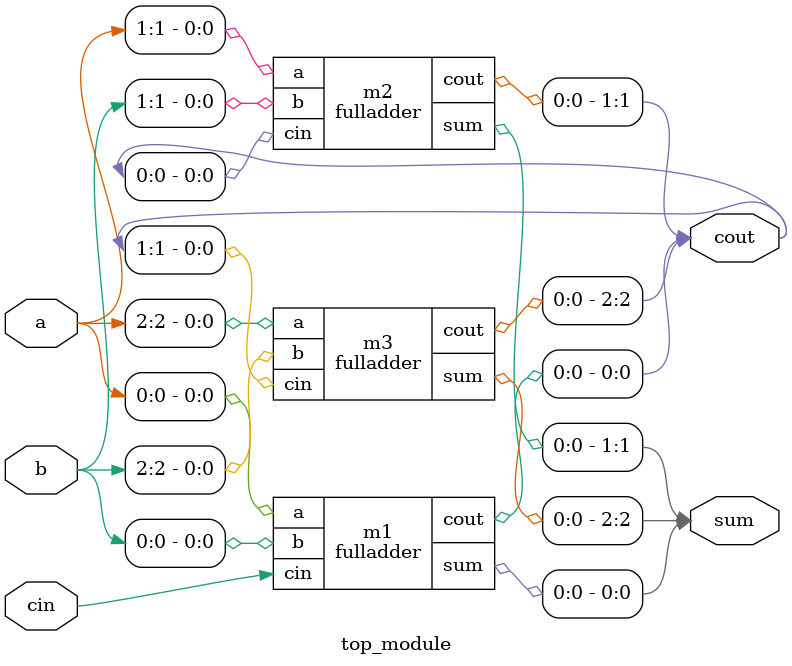
<source format=v>
module fulladder( 
    input a, b, cin,
    output cout, sum );
    assign sum = a^b^cin;
    assign cout = (a & b) | (a & cin) | (b & cin);
endmodule

module top_module( 
    input [2:0] a, b,
    input cin,
    output [2:0] cout,
    output [2:0] sum );
    fulladder m1(.a(a[0]), .b(b[0]), .cin(cin), .sum(sum[0]), .cout(cout[0]));
    fulladder m2(.a(a[1]), .b(b[1]), .cin(cout[0]), .sum(sum[1]), .cout(cout[1]));
    fulladder m3(.a(a[2]), .b(b[2]), .cin(cout[1]), .sum(sum[2]), .cout(cout[2]));
endmodule

</source>
